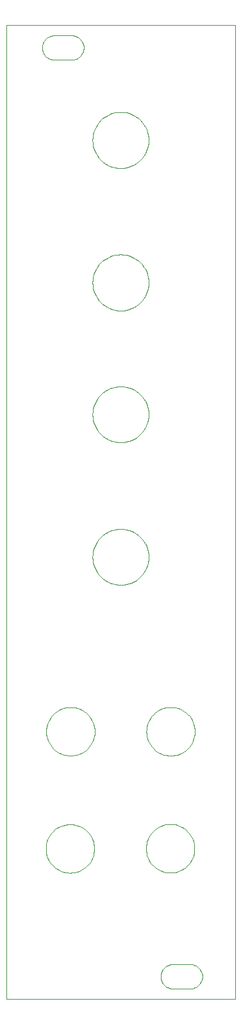
<source format=gbr>
G04 #@! TF.GenerationSoftware,KiCad,Pcbnew,(5.1.10-1-10_14)*
G04 #@! TF.CreationDate,2021-10-11T21:42:44+02:00*
G04 #@! TF.ProjectId,Untitled,556e7469-746c-4656-942e-6b696361645f,rev?*
G04 #@! TF.SameCoordinates,Original*
G04 #@! TF.FileFunction,Profile,NP*
%FSLAX46Y46*%
G04 Gerber Fmt 4.6, Leading zero omitted, Abs format (unit mm)*
G04 Created by KiCad (PCBNEW (5.1.10-1-10_14)) date 2021-10-11 21:42:44*
%MOMM*%
%LPD*%
G01*
G04 APERTURE LIST*
G04 #@! TA.AperFunction,Profile*
%ADD10C,0.100000*%
G04 #@! TD*
G04 APERTURE END LIST*
D10*
X158723000Y-133399100D02*
X158723000Y-133399100D01*
X158723000Y-133399100D02*
X158723000Y-133399100D01*
X158707400Y-133082800D02*
X158723000Y-133399100D01*
X158661000Y-132771900D02*
X158707400Y-133082800D01*
X158584700Y-132468400D02*
X158661000Y-132771900D01*
X158479400Y-132174500D02*
X158584700Y-132468400D01*
X158346100Y-131892200D02*
X158479400Y-132174500D01*
X158185400Y-131623700D02*
X158346100Y-131892200D01*
X157998300Y-131371100D02*
X158185400Y-131623700D01*
X157785800Y-131136400D02*
X157998300Y-131371100D01*
X157551100Y-130923800D02*
X157785800Y-131136400D01*
X157298400Y-130736700D02*
X157551100Y-130923800D01*
X157029900Y-130576100D02*
X157298400Y-130736700D01*
X156747600Y-130442700D02*
X157029900Y-130576100D01*
X156453700Y-130337400D02*
X156747600Y-130442700D01*
X156150200Y-130261100D02*
X156453700Y-130337400D01*
X155839300Y-130214800D02*
X156150200Y-130261100D01*
X155523000Y-130199100D02*
X155839300Y-130214800D01*
X155206700Y-130214800D02*
X155523000Y-130199100D01*
X154895800Y-130261100D02*
X155206700Y-130214800D01*
X154592400Y-130337400D02*
X154895800Y-130261100D01*
X154298400Y-130442700D02*
X154592400Y-130337400D01*
X154016200Y-130576100D02*
X154298400Y-130442700D01*
X153747700Y-130736700D02*
X154016200Y-130576100D01*
X153495000Y-130923800D02*
X153747700Y-130736700D01*
X153260300Y-131136400D02*
X153495000Y-130923800D01*
X153047700Y-131371100D02*
X153260300Y-131136400D01*
X152860700Y-131623700D02*
X153047700Y-131371100D01*
X152700000Y-131892200D02*
X152860700Y-131623700D01*
X152566600Y-132174500D02*
X152700000Y-131892200D01*
X152461300Y-132468400D02*
X152566600Y-132174500D01*
X152385100Y-132771900D02*
X152461300Y-132468400D01*
X152338700Y-133082800D02*
X152385100Y-132771900D01*
X152323000Y-133399100D02*
X152338700Y-133082800D01*
X152338700Y-133715400D02*
X152323000Y-133399100D01*
X152385100Y-134026300D02*
X152338700Y-133715400D01*
X152461300Y-134329800D02*
X152385100Y-134026300D01*
X152566600Y-134623700D02*
X152461300Y-134329800D01*
X152700000Y-134905900D02*
X152566600Y-134623700D01*
X152860700Y-135174500D02*
X152700000Y-134905900D01*
X153047700Y-135427100D02*
X152860700Y-135174500D01*
X153260300Y-135661800D02*
X153047700Y-135427100D01*
X153495000Y-135874400D02*
X153260300Y-135661800D01*
X153747700Y-136061500D02*
X153495000Y-135874400D01*
X154016200Y-136222100D02*
X153747700Y-136061500D01*
X154298400Y-136355500D02*
X154016200Y-136222100D01*
X154592400Y-136460800D02*
X154298400Y-136355500D01*
X154895800Y-136537000D02*
X154592400Y-136460800D01*
X155206700Y-136583400D02*
X154895800Y-136537000D01*
X155523000Y-136599100D02*
X155206700Y-136583400D01*
X155839300Y-136583400D02*
X155523000Y-136599100D01*
X156150200Y-136537000D02*
X155839300Y-136583400D01*
X156453700Y-136460800D02*
X156150200Y-136537000D01*
X156747600Y-136355500D02*
X156453700Y-136460800D01*
X157029900Y-136222100D02*
X156747600Y-136355500D01*
X157298400Y-136061500D02*
X157029900Y-136222100D01*
X157551100Y-135874400D02*
X157298400Y-136061500D01*
X157785800Y-135661800D02*
X157551100Y-135874400D01*
X157998300Y-135427100D02*
X157785800Y-135661800D01*
X158185400Y-135174500D02*
X157998300Y-135427100D01*
X158346100Y-134905900D02*
X158185400Y-135174500D01*
X158479400Y-134623700D02*
X158346100Y-134905900D01*
X158584700Y-134329800D02*
X158479400Y-134623700D01*
X158661000Y-134026300D02*
X158584700Y-134329800D01*
X158707400Y-133715400D02*
X158661000Y-134026300D01*
X158723000Y-133399100D02*
X158707400Y-133715400D01*
X145492000Y-133399100D02*
X145492000Y-133399100D01*
X145492000Y-133399100D02*
X145492000Y-133399100D01*
X145476400Y-133082800D02*
X145492000Y-133399100D01*
X145430000Y-132771900D02*
X145476400Y-133082800D01*
X145353700Y-132468400D02*
X145430000Y-132771900D01*
X145248400Y-132174500D02*
X145353700Y-132468400D01*
X145115100Y-131892200D02*
X145248400Y-132174500D01*
X144954400Y-131623700D02*
X145115100Y-131892200D01*
X144767300Y-131371100D02*
X144954400Y-131623700D01*
X144554800Y-131136400D02*
X144767300Y-131371100D01*
X144320000Y-130923800D02*
X144554800Y-131136400D01*
X144067400Y-130736700D02*
X144320000Y-130923800D01*
X143798900Y-130576100D02*
X144067400Y-130736700D01*
X143516590Y-130442700D02*
X143798900Y-130576100D01*
X143222670Y-130337400D02*
X143516590Y-130442700D01*
X142919210Y-130261100D02*
X143222670Y-130337400D01*
X142608280Y-130214800D02*
X142919210Y-130261100D01*
X142292000Y-130199100D02*
X142608280Y-130214800D01*
X141975720Y-130214800D02*
X142292000Y-130199100D01*
X141664800Y-130261100D02*
X141975720Y-130214800D01*
X141361330Y-130337400D02*
X141664800Y-130261100D01*
X141067410Y-130442700D02*
X141361330Y-130337400D01*
X140785150Y-130576100D02*
X141067410Y-130442700D01*
X140516640Y-130736700D02*
X140785150Y-130576100D01*
X140263980Y-130923800D02*
X140516640Y-130736700D01*
X140029260Y-131136400D02*
X140263980Y-130923800D01*
X139816690Y-131371100D02*
X140029260Y-131136400D01*
X139629640Y-131623700D02*
X139816690Y-131371100D01*
X139468980Y-131892200D02*
X139629640Y-131623700D01*
X139335590Y-132174500D02*
X139468980Y-131892200D01*
X139230320Y-132468400D02*
X139335590Y-132174500D01*
X139154060Y-132771900D02*
X139230320Y-132468400D01*
X139107660Y-133082800D02*
X139154060Y-132771900D01*
X139092000Y-133399100D02*
X139107660Y-133082800D01*
X139107660Y-133715400D02*
X139092000Y-133399100D01*
X139154060Y-134026300D02*
X139107660Y-133715400D01*
X139230320Y-134329800D02*
X139154060Y-134026300D01*
X139335590Y-134623700D02*
X139230320Y-134329800D01*
X139468980Y-134905900D02*
X139335590Y-134623700D01*
X139629640Y-135174500D02*
X139468980Y-134905900D01*
X139816690Y-135427100D02*
X139629640Y-135174500D01*
X140029260Y-135661800D02*
X139816690Y-135427100D01*
X140263980Y-135874400D02*
X140029260Y-135661800D01*
X140516640Y-136061500D02*
X140263980Y-135874400D01*
X140785150Y-136222100D02*
X140516640Y-136061500D01*
X141067410Y-136355500D02*
X140785150Y-136222100D01*
X141361330Y-136460800D02*
X141067410Y-136355500D01*
X141664800Y-136537000D02*
X141361330Y-136460800D01*
X141975720Y-136583400D02*
X141664800Y-136537000D01*
X142292000Y-136599100D02*
X141975720Y-136583400D01*
X142608280Y-136583400D02*
X142292000Y-136599100D01*
X142919210Y-136537000D02*
X142608280Y-136583400D01*
X143222670Y-136460800D02*
X142919210Y-136537000D01*
X143516590Y-136355500D02*
X143222670Y-136460800D01*
X143798900Y-136222100D02*
X143516590Y-136355500D01*
X144067400Y-136061500D02*
X143798900Y-136222100D01*
X144320000Y-135874400D02*
X144067400Y-136061500D01*
X144554800Y-135661800D02*
X144320000Y-135874400D01*
X144767300Y-135427100D02*
X144554800Y-135661800D01*
X144954400Y-135174500D02*
X144767300Y-135427100D01*
X145115100Y-134905900D02*
X144954400Y-135174500D01*
X145248400Y-134623700D02*
X145115100Y-134905900D01*
X145353700Y-134329800D02*
X145248400Y-134623700D01*
X145430000Y-134026300D02*
X145353700Y-134329800D01*
X145476400Y-133715400D02*
X145430000Y-134026300D01*
X145492000Y-133399100D02*
X145476400Y-133715400D01*
X145436100Y-148835500D02*
X145436100Y-148835500D01*
X145436100Y-148835500D02*
X145436100Y-148835500D01*
X145420500Y-148518500D02*
X145436100Y-148835500D01*
X145374100Y-148207500D02*
X145420500Y-148518500D01*
X145297800Y-147904500D02*
X145374100Y-148207500D01*
X145192500Y-147610500D02*
X145297800Y-147904500D01*
X145059200Y-147328500D02*
X145192500Y-147610500D01*
X144898500Y-147059500D02*
X145059200Y-147328500D01*
X144711400Y-146807500D02*
X144898500Y-147059500D01*
X144498900Y-146572500D02*
X144711400Y-146807500D01*
X144264200Y-146359500D02*
X144498900Y-146572500D01*
X144011500Y-146172500D02*
X144264200Y-146359500D01*
X143742960Y-146012500D02*
X144011500Y-146172500D01*
X143460660Y-145878500D02*
X143742960Y-146012500D01*
X143166760Y-145773500D02*
X143460660Y-145878500D01*
X142863260Y-145697500D02*
X143166760Y-145773500D01*
X142552360Y-145650500D02*
X142863260Y-145697500D01*
X142236060Y-145635500D02*
X142552360Y-145650500D01*
X141919760Y-145650500D02*
X142236060Y-145635500D01*
X141608860Y-145697500D02*
X141919760Y-145650500D01*
X141305460Y-145773500D02*
X141608860Y-145697500D01*
X141011460Y-145878500D02*
X141305460Y-145773500D01*
X140729260Y-146012500D02*
X141011460Y-145878500D01*
X140460760Y-146172500D02*
X140729260Y-146012500D01*
X140208060Y-146359500D02*
X140460760Y-146172500D01*
X139973360Y-146572500D02*
X140208060Y-146359500D01*
X139760760Y-146807500D02*
X139973360Y-146572500D01*
X139573760Y-147059500D02*
X139760760Y-146807500D01*
X139413060Y-147328500D02*
X139573760Y-147059500D01*
X139279660Y-147610500D02*
X139413060Y-147328500D01*
X139174360Y-147904500D02*
X139279660Y-147610500D01*
X139098160Y-148207500D02*
X139174360Y-147904500D01*
X139051760Y-148518500D02*
X139098160Y-148207500D01*
X139036060Y-148835500D02*
X139051760Y-148518500D01*
X139051760Y-149151500D02*
X139036060Y-148835500D01*
X139098160Y-149462500D02*
X139051760Y-149151500D01*
X139174360Y-149765500D02*
X139098160Y-149462500D01*
X139279660Y-150059500D02*
X139174360Y-149765500D01*
X139413060Y-150341500D02*
X139279660Y-150059500D01*
X139573760Y-150610500D02*
X139413060Y-150341500D01*
X139760760Y-150863500D02*
X139573760Y-150610500D01*
X139973360Y-151097500D02*
X139760760Y-150863500D01*
X140208060Y-151310500D02*
X139973360Y-151097500D01*
X140460760Y-151497500D02*
X140208060Y-151310500D01*
X140729260Y-151658500D02*
X140460760Y-151497500D01*
X141011460Y-151791500D02*
X140729260Y-151658500D01*
X141305460Y-151896500D02*
X141011460Y-151791500D01*
X141608860Y-151972500D02*
X141305460Y-151896500D01*
X141919770Y-152019500D02*
X141608860Y-151972500D01*
X142236070Y-152035500D02*
X141919770Y-152019500D01*
X142552360Y-152019500D02*
X142236070Y-152035500D01*
X142863260Y-151972500D02*
X142552360Y-152019500D01*
X143166770Y-151896500D02*
X142863260Y-151972500D01*
X143460670Y-151791500D02*
X143166770Y-151896500D01*
X143742970Y-151658500D02*
X143460670Y-151791500D01*
X144011500Y-151497500D02*
X143742970Y-151658500D01*
X144264200Y-151310500D02*
X144011500Y-151497500D01*
X144498900Y-151097500D02*
X144264200Y-151310500D01*
X144711400Y-150863500D02*
X144498900Y-151097500D01*
X144898500Y-150610500D02*
X144711400Y-150863500D01*
X145059200Y-150341500D02*
X144898500Y-150610500D01*
X145192500Y-150059500D02*
X145059200Y-150341500D01*
X145297800Y-149765500D02*
X145192500Y-150059500D01*
X145374100Y-149462500D02*
X145297800Y-149765500D01*
X145420500Y-149151500D02*
X145374100Y-149462500D01*
X145436100Y-148835500D02*
X145420500Y-149151500D01*
X158667100Y-148821500D02*
X158667100Y-148821500D01*
X158667100Y-148821500D02*
X158667100Y-148821500D01*
X158651500Y-148504500D02*
X158667100Y-148821500D01*
X158605100Y-148193500D02*
X158651500Y-148504500D01*
X158528800Y-147890500D02*
X158605100Y-148193500D01*
X158423500Y-147596500D02*
X158528800Y-147890500D01*
X158290200Y-147314500D02*
X158423500Y-147596500D01*
X158129500Y-147045500D02*
X158290200Y-147314500D01*
X157942400Y-146793500D02*
X158129500Y-147045500D01*
X157729900Y-146558500D02*
X157942400Y-146793500D01*
X157495200Y-146345500D02*
X157729900Y-146558500D01*
X157242500Y-146158500D02*
X157495200Y-146345500D01*
X156974000Y-145998500D02*
X157242500Y-146158500D01*
X156691700Y-145864500D02*
X156974000Y-145998500D01*
X156397800Y-145759500D02*
X156691700Y-145864500D01*
X156094300Y-145683500D02*
X156397800Y-145759500D01*
X155783400Y-145636500D02*
X156094300Y-145683500D01*
X155467100Y-145621500D02*
X155783400Y-145636500D01*
X155150800Y-145636500D02*
X155467100Y-145621500D01*
X154839900Y-145683500D02*
X155150800Y-145636500D01*
X154536500Y-145759500D02*
X154839900Y-145683500D01*
X154242500Y-145864500D02*
X154536500Y-145759500D01*
X153960300Y-145998500D02*
X154242500Y-145864500D01*
X153691800Y-146158500D02*
X153960300Y-145998500D01*
X153439100Y-146345500D02*
X153691800Y-146158500D01*
X153204400Y-146558500D02*
X153439100Y-146345500D01*
X152991800Y-146793500D02*
X153204400Y-146558500D01*
X152804800Y-147045500D02*
X152991800Y-146793500D01*
X152644100Y-147314500D02*
X152804800Y-147045500D01*
X152510700Y-147596500D02*
X152644100Y-147314500D01*
X152405400Y-147890500D02*
X152510700Y-147596500D01*
X152329200Y-148193500D02*
X152405400Y-147890500D01*
X152282800Y-148504500D02*
X152329200Y-148193500D01*
X152267100Y-148821500D02*
X152282800Y-148504500D01*
X152282800Y-149137500D02*
X152267100Y-148821500D01*
X152329200Y-149448500D02*
X152282800Y-149137500D01*
X152405400Y-149751500D02*
X152329200Y-149448500D01*
X152510700Y-150045500D02*
X152405400Y-149751500D01*
X152644100Y-150327500D02*
X152510700Y-150045500D01*
X152804800Y-150596500D02*
X152644100Y-150327500D01*
X152991800Y-150849500D02*
X152804800Y-150596500D01*
X153204400Y-151083500D02*
X152991800Y-150849500D01*
X153439100Y-151296500D02*
X153204400Y-151083500D01*
X153691800Y-151483500D02*
X153439100Y-151296500D01*
X153960300Y-151644500D02*
X153691800Y-151483500D01*
X154242500Y-151777500D02*
X153960300Y-151644500D01*
X154536500Y-151882500D02*
X154242500Y-151777500D01*
X154839900Y-151958500D02*
X154536500Y-151882500D01*
X155150800Y-152005500D02*
X154839900Y-151958500D01*
X155467100Y-152021500D02*
X155150800Y-152005500D01*
X155783400Y-152005500D02*
X155467100Y-152021500D01*
X156094300Y-151958500D02*
X155783400Y-152005500D01*
X156397800Y-151882500D02*
X156094300Y-151958500D01*
X156691700Y-151777500D02*
X156397800Y-151882500D01*
X156974000Y-151644500D02*
X156691700Y-151777500D01*
X157242500Y-151483500D02*
X156974000Y-151644500D01*
X157495200Y-151296500D02*
X157242500Y-151483500D01*
X157729900Y-151083500D02*
X157495200Y-151296500D01*
X157942400Y-150849500D02*
X157729900Y-151083500D01*
X158129500Y-150596500D02*
X157942400Y-150849500D01*
X158290200Y-150327500D02*
X158129500Y-150596500D01*
X158423500Y-150045500D02*
X158290200Y-150327500D01*
X158528800Y-149751500D02*
X158423500Y-150045500D01*
X158605100Y-149448500D02*
X158528800Y-149751500D01*
X158651500Y-149137500D02*
X158605100Y-149448500D01*
X158667100Y-148821500D02*
X158651500Y-149137500D01*
X152607500Y-110385400D02*
X152607500Y-110385400D01*
X152589400Y-110019700D02*
X152607500Y-110385400D01*
X152535700Y-109660200D02*
X152589400Y-110019700D01*
X152447500Y-109309300D02*
X152535700Y-109660200D01*
X152325800Y-108969400D02*
X152447500Y-109309300D01*
X152171600Y-108643100D02*
X152325800Y-108969400D01*
X151985800Y-108332600D02*
X152171600Y-108643100D01*
X151769600Y-108040500D02*
X151985800Y-108332600D01*
X151523800Y-107769100D02*
X151769600Y-108040500D01*
X151252400Y-107523300D02*
X151523800Y-107769100D01*
X150960200Y-107307000D02*
X151252400Y-107523300D01*
X150649800Y-107121300D02*
X150960200Y-107307000D01*
X150323400Y-106967000D02*
X150649800Y-107121300D01*
X149983600Y-106845300D02*
X150323400Y-106967000D01*
X149632700Y-106757100D02*
X149983600Y-106845300D01*
X149273200Y-106703500D02*
X149632700Y-106757100D01*
X148907500Y-106685400D02*
X149273200Y-106703500D01*
X148541800Y-106703500D02*
X148907500Y-106685400D01*
X148182300Y-106757100D02*
X148541800Y-106703500D01*
X147831400Y-106845300D02*
X148182300Y-106757100D01*
X147491500Y-106967000D02*
X147831400Y-106845300D01*
X147165200Y-107121300D02*
X147491500Y-106967000D01*
X146854700Y-107307000D02*
X147165200Y-107121300D01*
X146562600Y-107523300D02*
X146854700Y-107307000D01*
X146291200Y-107769100D02*
X146562600Y-107523300D01*
X146045400Y-108040500D02*
X146291200Y-107769100D01*
X145829100Y-108332600D02*
X146045400Y-108040500D01*
X145643400Y-108643100D02*
X145829100Y-108332600D01*
X145489100Y-108969400D02*
X145643400Y-108643100D01*
X145367400Y-109309300D02*
X145489100Y-108969400D01*
X145279200Y-109660200D02*
X145367400Y-109309300D01*
X145225600Y-110019700D02*
X145279200Y-109660200D01*
X145207500Y-110385400D02*
X145225600Y-110019700D01*
X145225600Y-110751100D02*
X145207500Y-110385400D01*
X145279200Y-111110600D02*
X145225600Y-110751100D01*
X145367400Y-111461500D02*
X145279200Y-111110600D01*
X145489100Y-111801300D02*
X145367400Y-111461500D01*
X145643400Y-112127700D02*
X145489100Y-111801300D01*
X145829100Y-112438100D02*
X145643400Y-112127700D01*
X146045400Y-112730300D02*
X145829100Y-112438100D01*
X146291200Y-113001700D02*
X146045400Y-112730300D01*
X146562600Y-113247400D02*
X146291200Y-113001700D01*
X146854700Y-113463700D02*
X146562600Y-113247400D01*
X147165200Y-113649500D02*
X146854700Y-113463700D01*
X147491500Y-113803700D02*
X147165200Y-113649500D01*
X147831400Y-113925400D02*
X147491500Y-113803700D01*
X148182300Y-114013600D02*
X147831400Y-113925400D01*
X148541800Y-114067300D02*
X148182300Y-114013600D01*
X148907500Y-114085400D02*
X148541800Y-114067300D01*
X149285800Y-114066300D02*
X148907500Y-114085400D01*
X149653200Y-114010200D02*
X149285800Y-114066300D01*
X150007700Y-113919000D02*
X149653200Y-114010200D01*
X150347700Y-113794600D02*
X150007700Y-113919000D01*
X150671100Y-113638800D02*
X150347700Y-113794600D01*
X150976200Y-113453500D02*
X150671100Y-113638800D01*
X151261000Y-113240500D02*
X150976200Y-113453500D01*
X151523800Y-113001700D02*
X151261000Y-113240500D01*
X151762600Y-112738900D02*
X151523800Y-113001700D01*
X151975600Y-112454100D02*
X151762600Y-112738900D01*
X152160900Y-112149000D02*
X151975600Y-112454100D01*
X152316700Y-111825600D02*
X152160900Y-112149000D01*
X152441100Y-111485600D02*
X152316700Y-111825600D01*
X152532300Y-111131000D02*
X152441100Y-111485600D01*
X152588400Y-110763700D02*
X152532300Y-111131000D01*
X152607500Y-110385400D02*
X152588400Y-110763700D01*
X152607500Y-91582300D02*
X152607500Y-91582300D01*
X152589400Y-91216600D02*
X152607500Y-91582300D01*
X152535700Y-90857100D02*
X152589400Y-91216600D01*
X152447500Y-90506200D02*
X152535700Y-90857100D01*
X152325800Y-90166300D02*
X152447500Y-90506200D01*
X152171600Y-89840000D02*
X152325800Y-90166300D01*
X151985800Y-89529500D02*
X152171600Y-89840000D01*
X151769600Y-89237400D02*
X151985800Y-89529500D01*
X151523800Y-88966000D02*
X151769600Y-89237400D01*
X151252400Y-88720200D02*
X151523800Y-88966000D01*
X150960200Y-88503900D02*
X151252400Y-88720200D01*
X150649800Y-88318200D02*
X150960200Y-88503900D01*
X150323400Y-88163900D02*
X150649800Y-88318200D01*
X149983600Y-88042200D02*
X150323400Y-88163900D01*
X149632700Y-87954000D02*
X149983600Y-88042200D01*
X149273200Y-87900400D02*
X149632700Y-87954000D01*
X148907500Y-87882300D02*
X149273200Y-87900400D01*
X148541800Y-87900400D02*
X148907500Y-87882300D01*
X148182300Y-87954000D02*
X148541800Y-87900400D01*
X147831400Y-88042200D02*
X148182300Y-87954000D01*
X147491500Y-88163900D02*
X147831400Y-88042200D01*
X147165200Y-88318200D02*
X147491500Y-88163900D01*
X146854700Y-88503900D02*
X147165200Y-88318200D01*
X146562600Y-88720200D02*
X146854700Y-88503900D01*
X146291200Y-88966000D02*
X146562600Y-88720200D01*
X146045400Y-89237400D02*
X146291200Y-88966000D01*
X145829100Y-89529500D02*
X146045400Y-89237400D01*
X145643400Y-89840000D02*
X145829100Y-89529500D01*
X145489100Y-90166300D02*
X145643400Y-89840000D01*
X145367400Y-90506200D02*
X145489100Y-90166300D01*
X145279200Y-90857100D02*
X145367400Y-90506200D01*
X145225600Y-91216600D02*
X145279200Y-90857100D01*
X145207500Y-91582300D02*
X145225600Y-91216600D01*
X145225600Y-91948000D02*
X145207500Y-91582300D01*
X145279200Y-92307500D02*
X145225600Y-91948000D01*
X145367400Y-92658400D02*
X145279200Y-92307500D01*
X145489100Y-92998200D02*
X145367400Y-92658400D01*
X145643400Y-93324600D02*
X145489100Y-92998200D01*
X145829100Y-93635000D02*
X145643400Y-93324600D01*
X146045400Y-93927200D02*
X145829100Y-93635000D01*
X146291200Y-94198600D02*
X146045400Y-93927200D01*
X146562600Y-94444300D02*
X146291200Y-94198600D01*
X146854700Y-94660600D02*
X146562600Y-94444300D01*
X147165200Y-94846400D02*
X146854700Y-94660600D01*
X147491500Y-95000600D02*
X147165200Y-94846400D01*
X147831400Y-95122300D02*
X147491500Y-95000600D01*
X148182300Y-95210500D02*
X147831400Y-95122300D01*
X148541800Y-95264200D02*
X148182300Y-95210500D01*
X148907500Y-95282300D02*
X148541800Y-95264200D01*
X149285800Y-95263200D02*
X148907500Y-95282300D01*
X149653200Y-95207100D02*
X149285800Y-95263200D01*
X150007700Y-95115900D02*
X149653200Y-95207100D01*
X150347700Y-94991500D02*
X150007700Y-95115900D01*
X150671100Y-94835700D02*
X150347700Y-94991500D01*
X150976200Y-94650400D02*
X150671100Y-94835700D01*
X151261000Y-94437400D02*
X150976200Y-94650400D01*
X151523800Y-94198600D02*
X151261000Y-94437400D01*
X151762600Y-93935800D02*
X151523800Y-94198600D01*
X151975600Y-93651000D02*
X151762600Y-93935800D01*
X152160900Y-93345900D02*
X151975600Y-93651000D01*
X152316700Y-93022500D02*
X152160900Y-93345900D01*
X152441100Y-92682500D02*
X152316700Y-93022500D01*
X152532300Y-92327900D02*
X152441100Y-92682500D01*
X152588400Y-91960600D02*
X152532300Y-92327900D01*
X152607500Y-91582300D02*
X152588400Y-91960600D01*
X152607500Y-74189500D02*
X152607500Y-74189500D01*
X152589400Y-73823800D02*
X152607500Y-74189500D01*
X152535700Y-73464300D02*
X152589400Y-73823800D01*
X152447500Y-73113400D02*
X152535700Y-73464300D01*
X152325800Y-72773500D02*
X152447500Y-73113400D01*
X152171600Y-72447200D02*
X152325800Y-72773500D01*
X151985800Y-72136700D02*
X152171600Y-72447200D01*
X151769600Y-71844600D02*
X151985800Y-72136700D01*
X151523800Y-71573200D02*
X151769600Y-71844600D01*
X151252400Y-71327400D02*
X151523800Y-71573200D01*
X150960200Y-71111100D02*
X151252400Y-71327400D01*
X150649800Y-70925400D02*
X150960200Y-71111100D01*
X150323400Y-70771100D02*
X150649800Y-70925400D01*
X149983600Y-70649400D02*
X150323400Y-70771100D01*
X149632700Y-70561200D02*
X149983600Y-70649400D01*
X149273200Y-70507600D02*
X149632700Y-70561200D01*
X148907500Y-70489500D02*
X149273200Y-70507600D01*
X148541800Y-70507600D02*
X148907500Y-70489500D01*
X148182300Y-70561200D02*
X148541800Y-70507600D01*
X147831400Y-70649400D02*
X148182300Y-70561200D01*
X147491500Y-70771100D02*
X147831400Y-70649400D01*
X147165200Y-70925400D02*
X147491500Y-70771100D01*
X146854700Y-71111100D02*
X147165200Y-70925400D01*
X146562600Y-71327400D02*
X146854700Y-71111100D01*
X146291200Y-71573200D02*
X146562600Y-71327400D01*
X146045400Y-71844600D02*
X146291200Y-71573200D01*
X145829100Y-72136700D02*
X146045400Y-71844600D01*
X145643400Y-72447200D02*
X145829100Y-72136700D01*
X145489100Y-72773500D02*
X145643400Y-72447200D01*
X145367400Y-73113400D02*
X145489100Y-72773500D01*
X145279200Y-73464300D02*
X145367400Y-73113400D01*
X145225600Y-73823800D02*
X145279200Y-73464300D01*
X145207500Y-74189500D02*
X145225600Y-73823800D01*
X145225600Y-74555200D02*
X145207500Y-74189500D01*
X145279200Y-74914700D02*
X145225600Y-74555200D01*
X145367400Y-75265600D02*
X145279200Y-74914700D01*
X145489100Y-75605400D02*
X145367400Y-75265600D01*
X145643400Y-75931800D02*
X145489100Y-75605400D01*
X145829100Y-76242200D02*
X145643400Y-75931800D01*
X146045400Y-76534400D02*
X145829100Y-76242200D01*
X146291200Y-76805800D02*
X146045400Y-76534400D01*
X146562600Y-77051500D02*
X146291200Y-76805800D01*
X146854700Y-77267800D02*
X146562600Y-77051500D01*
X147165200Y-77453600D02*
X146854700Y-77267800D01*
X147491500Y-77607800D02*
X147165200Y-77453600D01*
X147831400Y-77729500D02*
X147491500Y-77607800D01*
X148182300Y-77817700D02*
X147831400Y-77729500D01*
X148541800Y-77871400D02*
X148182300Y-77817700D01*
X148907500Y-77889500D02*
X148541800Y-77871400D01*
X149285800Y-77870400D02*
X148907500Y-77889500D01*
X149653200Y-77814300D02*
X149285800Y-77870400D01*
X150007700Y-77723100D02*
X149653200Y-77814300D01*
X150347700Y-77598700D02*
X150007700Y-77723100D01*
X150671100Y-77442900D02*
X150347700Y-77598700D01*
X150976200Y-77257600D02*
X150671100Y-77442900D01*
X151261000Y-77044600D02*
X150976200Y-77257600D01*
X151523800Y-76805800D02*
X151261000Y-77044600D01*
X151762600Y-76543000D02*
X151523800Y-76805800D01*
X151975600Y-76258200D02*
X151762600Y-76543000D01*
X152160900Y-75953100D02*
X151975600Y-76258200D01*
X152316700Y-75629700D02*
X152160900Y-75953100D01*
X152441100Y-75289700D02*
X152316700Y-75629700D01*
X152532300Y-74935100D02*
X152441100Y-75289700D01*
X152588400Y-74567800D02*
X152532300Y-74935100D01*
X152607500Y-74189500D02*
X152588400Y-74567800D01*
X152607500Y-55405900D02*
X152607500Y-55405900D01*
X152589400Y-55040200D02*
X152607500Y-55405900D01*
X152535700Y-54680700D02*
X152589400Y-55040200D01*
X152447500Y-54329800D02*
X152535700Y-54680700D01*
X152325800Y-53989900D02*
X152447500Y-54329800D01*
X152171600Y-53663600D02*
X152325800Y-53989900D01*
X151985800Y-53353100D02*
X152171600Y-53663600D01*
X151769600Y-53061000D02*
X151985800Y-53353100D01*
X151523800Y-52789600D02*
X151769600Y-53061000D01*
X151252400Y-52543800D02*
X151523800Y-52789600D01*
X150960200Y-52327500D02*
X151252400Y-52543800D01*
X150649800Y-52141800D02*
X150960200Y-52327500D01*
X150323400Y-51987500D02*
X150649800Y-52141800D01*
X149983600Y-51865800D02*
X150323400Y-51987500D01*
X149632700Y-51777600D02*
X149983600Y-51865800D01*
X149273200Y-51724000D02*
X149632700Y-51777600D01*
X148907500Y-51705900D02*
X149273200Y-51724000D01*
X148541800Y-51724000D02*
X148907500Y-51705900D01*
X148182300Y-51777600D02*
X148541800Y-51724000D01*
X147831400Y-51865800D02*
X148182300Y-51777600D01*
X147491500Y-51987500D02*
X147831400Y-51865800D01*
X147165200Y-52141800D02*
X147491500Y-51987500D01*
X146854700Y-52327500D02*
X147165200Y-52141800D01*
X146562600Y-52543800D02*
X146854700Y-52327500D01*
X146291200Y-52789600D02*
X146562600Y-52543800D01*
X146045400Y-53061000D02*
X146291200Y-52789600D01*
X145829100Y-53353100D02*
X146045400Y-53061000D01*
X145643400Y-53663600D02*
X145829100Y-53353100D01*
X145489100Y-53989900D02*
X145643400Y-53663600D01*
X145367400Y-54329800D02*
X145489100Y-53989900D01*
X145279200Y-54680700D02*
X145367400Y-54329800D01*
X145225600Y-55040200D02*
X145279200Y-54680700D01*
X145207500Y-55405900D02*
X145225600Y-55040200D01*
X145225600Y-55771600D02*
X145207500Y-55405900D01*
X145279200Y-56131100D02*
X145225600Y-55771600D01*
X145367400Y-56482000D02*
X145279200Y-56131100D01*
X145489100Y-56821800D02*
X145367400Y-56482000D01*
X145643400Y-57148200D02*
X145489100Y-56821800D01*
X145829100Y-57458600D02*
X145643400Y-57148200D01*
X146045400Y-57750800D02*
X145829100Y-57458600D01*
X146291200Y-58022200D02*
X146045400Y-57750800D01*
X146562600Y-58267900D02*
X146291200Y-58022200D01*
X146854700Y-58484200D02*
X146562600Y-58267900D01*
X147165200Y-58670000D02*
X146854700Y-58484200D01*
X147491500Y-58824200D02*
X147165200Y-58670000D01*
X147831400Y-58945900D02*
X147491500Y-58824200D01*
X148182300Y-59034100D02*
X147831400Y-58945900D01*
X148541800Y-59087800D02*
X148182300Y-59034100D01*
X148907500Y-59105900D02*
X148541800Y-59087800D01*
X149285800Y-59086800D02*
X148907500Y-59105900D01*
X149653200Y-59030700D02*
X149285800Y-59086800D01*
X150007700Y-58939500D02*
X149653200Y-59030700D01*
X150347700Y-58815100D02*
X150007700Y-58939500D01*
X150671100Y-58659300D02*
X150347700Y-58815100D01*
X150976200Y-58474000D02*
X150671100Y-58659300D01*
X151261000Y-58261000D02*
X150976200Y-58474000D01*
X151523800Y-58022200D02*
X151261000Y-58261000D01*
X151762600Y-57759400D02*
X151523800Y-58022200D01*
X151975600Y-57474600D02*
X151762600Y-57759400D01*
X152160900Y-57169500D02*
X151975600Y-57474600D01*
X152316700Y-56846100D02*
X152160900Y-57169500D01*
X152441100Y-56506100D02*
X152316700Y-56846100D01*
X152532300Y-56151500D02*
X152441100Y-56506100D01*
X152588400Y-55784200D02*
X152532300Y-56151500D01*
X152607500Y-55405900D02*
X152588400Y-55784200D01*
X155808000Y-164107500D02*
X155808000Y-164107500D01*
X155808000Y-164107500D02*
X155808000Y-164107500D01*
X155644000Y-164115500D02*
X155808000Y-164107500D01*
X155484800Y-164139500D02*
X155644000Y-164115500D01*
X155331200Y-164179500D02*
X155484800Y-164139500D01*
X155184100Y-164232500D02*
X155331200Y-164179500D01*
X155044200Y-164300500D02*
X155184100Y-164232500D01*
X154912300Y-164380500D02*
X155044200Y-164300500D01*
X154675600Y-164575500D02*
X154912300Y-164380500D01*
X154480600Y-164811500D02*
X154675600Y-164575500D01*
X154400600Y-164943500D02*
X154480600Y-164811500D01*
X154333400Y-165083500D02*
X154400600Y-164943500D01*
X154279700Y-165230500D02*
X154333400Y-165083500D01*
X154240400Y-165384500D02*
X154279700Y-165230500D01*
X154216300Y-165543500D02*
X154240400Y-165384500D01*
X154208000Y-165707500D02*
X154216300Y-165543500D01*
X154216300Y-165871500D02*
X154208000Y-165707500D01*
X154240400Y-166030500D02*
X154216300Y-165871500D01*
X154279700Y-166184500D02*
X154240400Y-166030500D01*
X154333400Y-166331500D02*
X154279700Y-166184500D01*
X154400600Y-166471500D02*
X154333400Y-166331500D01*
X154480600Y-166603500D02*
X154400600Y-166471500D01*
X154675600Y-166839500D02*
X154480600Y-166603500D01*
X154912300Y-167034500D02*
X154675600Y-166839500D01*
X155044200Y-167114500D02*
X154912300Y-167034500D01*
X155184100Y-167182500D02*
X155044200Y-167114500D01*
X155331200Y-167235500D02*
X155184100Y-167182500D01*
X155484800Y-167275500D02*
X155331200Y-167235500D01*
X155644000Y-167299500D02*
X155484800Y-167275500D01*
X155808000Y-167307500D02*
X155644000Y-167299500D01*
X158108000Y-167307500D02*
X155808000Y-167307500D01*
X158272100Y-167299500D02*
X158108000Y-167307500D01*
X158431300Y-167275500D02*
X158272100Y-167299500D01*
X158584800Y-167235500D02*
X158431300Y-167275500D01*
X158732000Y-167182500D02*
X158584800Y-167235500D01*
X158871900Y-167114500D02*
X158732000Y-167182500D01*
X159003800Y-167034500D02*
X158871900Y-167114500D01*
X159240400Y-166839500D02*
X159003800Y-167034500D01*
X159435500Y-166603500D02*
X159240400Y-166839500D01*
X159515500Y-166471500D02*
X159435500Y-166603500D01*
X159582700Y-166331500D02*
X159515500Y-166471500D01*
X159636300Y-166184500D02*
X159582700Y-166331500D01*
X159675600Y-166030500D02*
X159636300Y-166184500D01*
X159699800Y-165871500D02*
X159675600Y-166030500D01*
X159708000Y-165707500D02*
X159699800Y-165871500D01*
X159699800Y-165543500D02*
X159708000Y-165707500D01*
X159675600Y-165384500D02*
X159699800Y-165543500D01*
X159636300Y-165230500D02*
X159675600Y-165384500D01*
X159582700Y-165083500D02*
X159636300Y-165230500D01*
X159515500Y-164943500D02*
X159582700Y-165083500D01*
X159435500Y-164811500D02*
X159515500Y-164943500D01*
X159240400Y-164575500D02*
X159435500Y-164811500D01*
X159003800Y-164380500D02*
X159240400Y-164575500D01*
X158871900Y-164300500D02*
X159003800Y-164380500D01*
X158732000Y-164232500D02*
X158871900Y-164300500D01*
X158584800Y-164179500D02*
X158732000Y-164232500D01*
X158431300Y-164139500D02*
X158584800Y-164179500D01*
X158272100Y-164115500D02*
X158431300Y-164139500D01*
X158108000Y-164107500D02*
X158272100Y-164115500D01*
X155808000Y-164107500D02*
X158108000Y-164107500D01*
X140137500Y-41607500D02*
X140137500Y-41607500D01*
X140137500Y-41607500D02*
X140137500Y-41607500D01*
X139973460Y-41615730D02*
X140137500Y-41607500D01*
X139814260Y-41639890D02*
X139973460Y-41615730D01*
X139660690Y-41679200D02*
X139814260Y-41639890D01*
X139513550Y-41732850D02*
X139660690Y-41679200D01*
X139373630Y-41800060D02*
X139513550Y-41732850D01*
X139241720Y-41880030D02*
X139373630Y-41800060D01*
X139005100Y-42075100D02*
X139241720Y-41880030D01*
X138810030Y-42311720D02*
X139005100Y-42075100D01*
X138730060Y-42443630D02*
X138810030Y-42311720D01*
X138662850Y-42583550D02*
X138730060Y-42443630D01*
X138609200Y-42730690D02*
X138662850Y-42583550D01*
X138569890Y-42884260D02*
X138609200Y-42730690D01*
X138545730Y-43043460D02*
X138569890Y-42884260D01*
X138537500Y-43207500D02*
X138545730Y-43043460D01*
X138545730Y-43371540D02*
X138537500Y-43207500D01*
X138569890Y-43530740D02*
X138545730Y-43371540D01*
X138609200Y-43684310D02*
X138569890Y-43530740D01*
X138662850Y-43831450D02*
X138609200Y-43684310D01*
X138730060Y-43971370D02*
X138662850Y-43831450D01*
X138810030Y-44103280D02*
X138730060Y-43971370D01*
X139005100Y-44339900D02*
X138810030Y-44103280D01*
X139241720Y-44534970D02*
X139005100Y-44339900D01*
X139373630Y-44614940D02*
X139241720Y-44534970D01*
X139513550Y-44682150D02*
X139373630Y-44614940D01*
X139660690Y-44735800D02*
X139513550Y-44682150D01*
X139814260Y-44775110D02*
X139660690Y-44735800D01*
X139973460Y-44799270D02*
X139814260Y-44775110D01*
X140137500Y-44807500D02*
X139973460Y-44799270D01*
X142437500Y-44807500D02*
X140137500Y-44807500D01*
X142601540Y-44799270D02*
X142437500Y-44807500D01*
X142760740Y-44775110D02*
X142601540Y-44799270D01*
X142914310Y-44735800D02*
X142760740Y-44775110D01*
X143061450Y-44682150D02*
X142914310Y-44735800D01*
X143201370Y-44614940D02*
X143061450Y-44682150D01*
X143333280Y-44534970D02*
X143201370Y-44614940D01*
X143569900Y-44339900D02*
X143333280Y-44534970D01*
X143764970Y-44103280D02*
X143569900Y-44339900D01*
X143844900Y-43971370D02*
X143764970Y-44103280D01*
X143912100Y-43831450D02*
X143844900Y-43971370D01*
X143965800Y-43684310D02*
X143912100Y-43831450D01*
X144005100Y-43530740D02*
X143965800Y-43684310D01*
X144029300Y-43371540D02*
X144005100Y-43530740D01*
X144037500Y-43207500D02*
X144029300Y-43371540D01*
X144029300Y-43043460D02*
X144037500Y-43207500D01*
X144005100Y-42884260D02*
X144029300Y-43043460D01*
X143965800Y-42730690D02*
X144005100Y-42884260D01*
X143912100Y-42583550D02*
X143965800Y-42730690D01*
X143844900Y-42443630D02*
X143912100Y-42583550D01*
X143764970Y-42311720D02*
X143844900Y-42443630D01*
X143569900Y-42075100D02*
X143764970Y-42311720D01*
X143333280Y-41880030D02*
X143569900Y-42075100D01*
X143201370Y-41800060D02*
X143333280Y-41880030D01*
X143061450Y-41732850D02*
X143201370Y-41800060D01*
X142914310Y-41679200D02*
X143061450Y-41732850D01*
X142760740Y-41639890D02*
X142914310Y-41679200D01*
X142601540Y-41615730D02*
X142760740Y-41639890D01*
X142437500Y-41607500D02*
X142601540Y-41615730D01*
X140137500Y-41607500D02*
X142437500Y-41607500D01*
X133787500Y-40207500D02*
X133787500Y-40207500D01*
X133787500Y-168707500D02*
X133787500Y-40207500D01*
X164027500Y-168707500D02*
X133787500Y-168707500D01*
X164027500Y-40207500D02*
X164027500Y-168707500D01*
X133787500Y-40207500D02*
X164027500Y-40207500D01*
M02*

</source>
